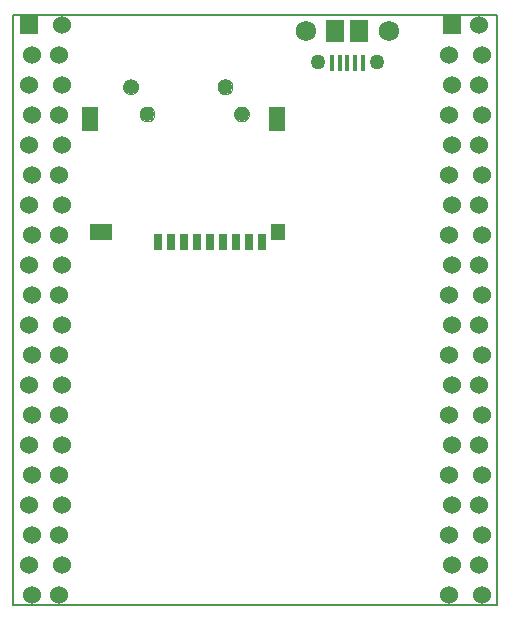
<source format=gts>
G75*
%MOIN*%
%OFA0B0*%
%FSLAX25Y25*%
%IPPOS*%
%LPD*%
%AMOC8*
5,1,8,0,0,1.08239X$1,22.5*
%
%ADD10C,0.06000*%
%ADD11R,0.06000X0.06000*%
%ADD12C,0.00500*%
%ADD13R,0.01575X0.05315*%
%ADD14R,0.05906X0.07480*%
%ADD15C,0.06791*%
%ADD16C,0.05020*%
%ADD17C,0.00000*%
%ADD18C,0.04921*%
%ADD19R,0.05512X0.07874*%
%ADD20R,0.05039X0.05512*%
%ADD21R,0.07677X0.05512*%
%ADD22R,0.02756X0.05512*%
D10*
X0026936Y0005050D03*
X0035936Y0005050D03*
X0036936Y0015050D03*
X0035936Y0025050D03*
X0026936Y0025050D03*
X0025936Y0015050D03*
X0025936Y0035050D03*
X0026936Y0045050D03*
X0035936Y0045050D03*
X0036936Y0035050D03*
X0036936Y0055050D03*
X0035936Y0065050D03*
X0026936Y0065050D03*
X0025936Y0055050D03*
X0025936Y0075050D03*
X0026936Y0085050D03*
X0035936Y0085050D03*
X0036936Y0075050D03*
X0036936Y0095050D03*
X0035936Y0105050D03*
X0036936Y0115050D03*
X0035936Y0125050D03*
X0026936Y0125050D03*
X0025936Y0115050D03*
X0026936Y0105050D03*
X0025936Y0095050D03*
X0025936Y0135050D03*
X0026936Y0145050D03*
X0035936Y0145050D03*
X0036936Y0135050D03*
X0036936Y0155050D03*
X0035936Y0165050D03*
X0026936Y0165050D03*
X0025936Y0155050D03*
X0025936Y0175050D03*
X0026936Y0185050D03*
X0035936Y0185050D03*
X0036936Y0175050D03*
X0036936Y0195050D03*
X0165936Y0185050D03*
X0166936Y0175050D03*
X0175936Y0175050D03*
X0176936Y0185050D03*
X0175936Y0195050D03*
X0176936Y0165050D03*
X0175936Y0155050D03*
X0166936Y0155050D03*
X0165936Y0145050D03*
X0166936Y0135050D03*
X0175936Y0135050D03*
X0176936Y0125050D03*
X0175936Y0115050D03*
X0166936Y0115050D03*
X0165936Y0105050D03*
X0166936Y0095050D03*
X0175936Y0095050D03*
X0176936Y0085050D03*
X0175936Y0075050D03*
X0166936Y0075050D03*
X0165936Y0065050D03*
X0166936Y0055050D03*
X0175936Y0055050D03*
X0176936Y0045050D03*
X0175936Y0035050D03*
X0166936Y0035050D03*
X0165936Y0045050D03*
X0165936Y0025050D03*
X0166936Y0015050D03*
X0175936Y0015050D03*
X0176936Y0005050D03*
X0165936Y0005050D03*
X0176936Y0025050D03*
X0176936Y0065050D03*
X0165936Y0085050D03*
X0176936Y0105050D03*
X0165936Y0125050D03*
X0176936Y0145050D03*
X0165936Y0165050D03*
D11*
X0166936Y0195050D03*
X0025936Y0195050D03*
D12*
X0020727Y0198475D02*
X0020727Y0001625D01*
X0041869Y0001625D01*
X0159192Y0001625D01*
X0182144Y0001625D01*
X0182144Y0198475D01*
X0159192Y0198475D01*
X0041869Y0198475D01*
X0020727Y0198475D01*
D13*
X0127066Y0182471D03*
X0129625Y0182471D03*
X0132184Y0182471D03*
X0134743Y0182471D03*
X0137302Y0182471D03*
D14*
X0136121Y0193003D03*
X0128247Y0192963D03*
D15*
X0118404Y0193003D03*
X0145963Y0193003D03*
D16*
X0142026Y0182668D03*
X0122341Y0182668D03*
D17*
X0094487Y0165444D02*
X0094489Y0165543D01*
X0094495Y0165642D01*
X0094505Y0165741D01*
X0094519Y0165839D01*
X0094537Y0165936D01*
X0094559Y0166033D01*
X0094584Y0166129D01*
X0094614Y0166223D01*
X0094647Y0166317D01*
X0094684Y0166409D01*
X0094725Y0166499D01*
X0094769Y0166588D01*
X0094817Y0166674D01*
X0094868Y0166759D01*
X0094923Y0166842D01*
X0094981Y0166922D01*
X0095042Y0167000D01*
X0095106Y0167076D01*
X0095173Y0167149D01*
X0095243Y0167219D01*
X0095316Y0167286D01*
X0095392Y0167350D01*
X0095470Y0167411D01*
X0095550Y0167469D01*
X0095633Y0167524D01*
X0095717Y0167575D01*
X0095804Y0167623D01*
X0095893Y0167667D01*
X0095983Y0167708D01*
X0096075Y0167745D01*
X0096169Y0167778D01*
X0096263Y0167808D01*
X0096359Y0167833D01*
X0096456Y0167855D01*
X0096553Y0167873D01*
X0096651Y0167887D01*
X0096750Y0167897D01*
X0096849Y0167903D01*
X0096948Y0167905D01*
X0097047Y0167903D01*
X0097146Y0167897D01*
X0097245Y0167887D01*
X0097343Y0167873D01*
X0097440Y0167855D01*
X0097537Y0167833D01*
X0097633Y0167808D01*
X0097727Y0167778D01*
X0097821Y0167745D01*
X0097913Y0167708D01*
X0098003Y0167667D01*
X0098092Y0167623D01*
X0098178Y0167575D01*
X0098263Y0167524D01*
X0098346Y0167469D01*
X0098426Y0167411D01*
X0098504Y0167350D01*
X0098580Y0167286D01*
X0098653Y0167219D01*
X0098723Y0167149D01*
X0098790Y0167076D01*
X0098854Y0167000D01*
X0098915Y0166922D01*
X0098973Y0166842D01*
X0099028Y0166759D01*
X0099079Y0166675D01*
X0099127Y0166588D01*
X0099171Y0166499D01*
X0099212Y0166409D01*
X0099249Y0166317D01*
X0099282Y0166223D01*
X0099312Y0166129D01*
X0099337Y0166033D01*
X0099359Y0165936D01*
X0099377Y0165839D01*
X0099391Y0165741D01*
X0099401Y0165642D01*
X0099407Y0165543D01*
X0099409Y0165444D01*
X0099407Y0165345D01*
X0099401Y0165246D01*
X0099391Y0165147D01*
X0099377Y0165049D01*
X0099359Y0164952D01*
X0099337Y0164855D01*
X0099312Y0164759D01*
X0099282Y0164665D01*
X0099249Y0164571D01*
X0099212Y0164479D01*
X0099171Y0164389D01*
X0099127Y0164300D01*
X0099079Y0164214D01*
X0099028Y0164129D01*
X0098973Y0164046D01*
X0098915Y0163966D01*
X0098854Y0163888D01*
X0098790Y0163812D01*
X0098723Y0163739D01*
X0098653Y0163669D01*
X0098580Y0163602D01*
X0098504Y0163538D01*
X0098426Y0163477D01*
X0098346Y0163419D01*
X0098263Y0163364D01*
X0098179Y0163313D01*
X0098092Y0163265D01*
X0098003Y0163221D01*
X0097913Y0163180D01*
X0097821Y0163143D01*
X0097727Y0163110D01*
X0097633Y0163080D01*
X0097537Y0163055D01*
X0097440Y0163033D01*
X0097343Y0163015D01*
X0097245Y0163001D01*
X0097146Y0162991D01*
X0097047Y0162985D01*
X0096948Y0162983D01*
X0096849Y0162985D01*
X0096750Y0162991D01*
X0096651Y0163001D01*
X0096553Y0163015D01*
X0096456Y0163033D01*
X0096359Y0163055D01*
X0096263Y0163080D01*
X0096169Y0163110D01*
X0096075Y0163143D01*
X0095983Y0163180D01*
X0095893Y0163221D01*
X0095804Y0163265D01*
X0095718Y0163313D01*
X0095633Y0163364D01*
X0095550Y0163419D01*
X0095470Y0163477D01*
X0095392Y0163538D01*
X0095316Y0163602D01*
X0095243Y0163669D01*
X0095173Y0163739D01*
X0095106Y0163812D01*
X0095042Y0163888D01*
X0094981Y0163966D01*
X0094923Y0164046D01*
X0094868Y0164129D01*
X0094817Y0164213D01*
X0094769Y0164300D01*
X0094725Y0164389D01*
X0094684Y0164479D01*
X0094647Y0164571D01*
X0094614Y0164665D01*
X0094584Y0164759D01*
X0094559Y0164855D01*
X0094537Y0164952D01*
X0094519Y0165049D01*
X0094505Y0165147D01*
X0094495Y0165246D01*
X0094489Y0165345D01*
X0094487Y0165444D01*
X0088975Y0174499D02*
X0088977Y0174598D01*
X0088983Y0174697D01*
X0088993Y0174796D01*
X0089007Y0174894D01*
X0089025Y0174991D01*
X0089047Y0175088D01*
X0089072Y0175184D01*
X0089102Y0175278D01*
X0089135Y0175372D01*
X0089172Y0175464D01*
X0089213Y0175554D01*
X0089257Y0175643D01*
X0089305Y0175729D01*
X0089356Y0175814D01*
X0089411Y0175897D01*
X0089469Y0175977D01*
X0089530Y0176055D01*
X0089594Y0176131D01*
X0089661Y0176204D01*
X0089731Y0176274D01*
X0089804Y0176341D01*
X0089880Y0176405D01*
X0089958Y0176466D01*
X0090038Y0176524D01*
X0090121Y0176579D01*
X0090205Y0176630D01*
X0090292Y0176678D01*
X0090381Y0176722D01*
X0090471Y0176763D01*
X0090563Y0176800D01*
X0090657Y0176833D01*
X0090751Y0176863D01*
X0090847Y0176888D01*
X0090944Y0176910D01*
X0091041Y0176928D01*
X0091139Y0176942D01*
X0091238Y0176952D01*
X0091337Y0176958D01*
X0091436Y0176960D01*
X0091535Y0176958D01*
X0091634Y0176952D01*
X0091733Y0176942D01*
X0091831Y0176928D01*
X0091928Y0176910D01*
X0092025Y0176888D01*
X0092121Y0176863D01*
X0092215Y0176833D01*
X0092309Y0176800D01*
X0092401Y0176763D01*
X0092491Y0176722D01*
X0092580Y0176678D01*
X0092666Y0176630D01*
X0092751Y0176579D01*
X0092834Y0176524D01*
X0092914Y0176466D01*
X0092992Y0176405D01*
X0093068Y0176341D01*
X0093141Y0176274D01*
X0093211Y0176204D01*
X0093278Y0176131D01*
X0093342Y0176055D01*
X0093403Y0175977D01*
X0093461Y0175897D01*
X0093516Y0175814D01*
X0093567Y0175730D01*
X0093615Y0175643D01*
X0093659Y0175554D01*
X0093700Y0175464D01*
X0093737Y0175372D01*
X0093770Y0175278D01*
X0093800Y0175184D01*
X0093825Y0175088D01*
X0093847Y0174991D01*
X0093865Y0174894D01*
X0093879Y0174796D01*
X0093889Y0174697D01*
X0093895Y0174598D01*
X0093897Y0174499D01*
X0093895Y0174400D01*
X0093889Y0174301D01*
X0093879Y0174202D01*
X0093865Y0174104D01*
X0093847Y0174007D01*
X0093825Y0173910D01*
X0093800Y0173814D01*
X0093770Y0173720D01*
X0093737Y0173626D01*
X0093700Y0173534D01*
X0093659Y0173444D01*
X0093615Y0173355D01*
X0093567Y0173269D01*
X0093516Y0173184D01*
X0093461Y0173101D01*
X0093403Y0173021D01*
X0093342Y0172943D01*
X0093278Y0172867D01*
X0093211Y0172794D01*
X0093141Y0172724D01*
X0093068Y0172657D01*
X0092992Y0172593D01*
X0092914Y0172532D01*
X0092834Y0172474D01*
X0092751Y0172419D01*
X0092667Y0172368D01*
X0092580Y0172320D01*
X0092491Y0172276D01*
X0092401Y0172235D01*
X0092309Y0172198D01*
X0092215Y0172165D01*
X0092121Y0172135D01*
X0092025Y0172110D01*
X0091928Y0172088D01*
X0091831Y0172070D01*
X0091733Y0172056D01*
X0091634Y0172046D01*
X0091535Y0172040D01*
X0091436Y0172038D01*
X0091337Y0172040D01*
X0091238Y0172046D01*
X0091139Y0172056D01*
X0091041Y0172070D01*
X0090944Y0172088D01*
X0090847Y0172110D01*
X0090751Y0172135D01*
X0090657Y0172165D01*
X0090563Y0172198D01*
X0090471Y0172235D01*
X0090381Y0172276D01*
X0090292Y0172320D01*
X0090206Y0172368D01*
X0090121Y0172419D01*
X0090038Y0172474D01*
X0089958Y0172532D01*
X0089880Y0172593D01*
X0089804Y0172657D01*
X0089731Y0172724D01*
X0089661Y0172794D01*
X0089594Y0172867D01*
X0089530Y0172943D01*
X0089469Y0173021D01*
X0089411Y0173101D01*
X0089356Y0173184D01*
X0089305Y0173268D01*
X0089257Y0173355D01*
X0089213Y0173444D01*
X0089172Y0173534D01*
X0089135Y0173626D01*
X0089102Y0173720D01*
X0089072Y0173814D01*
X0089047Y0173910D01*
X0089025Y0174007D01*
X0089007Y0174104D01*
X0088993Y0174202D01*
X0088983Y0174301D01*
X0088977Y0174400D01*
X0088975Y0174499D01*
X0062990Y0165444D02*
X0062992Y0165543D01*
X0062998Y0165642D01*
X0063008Y0165741D01*
X0063022Y0165839D01*
X0063040Y0165936D01*
X0063062Y0166033D01*
X0063087Y0166129D01*
X0063117Y0166223D01*
X0063150Y0166317D01*
X0063187Y0166409D01*
X0063228Y0166499D01*
X0063272Y0166588D01*
X0063320Y0166674D01*
X0063371Y0166759D01*
X0063426Y0166842D01*
X0063484Y0166922D01*
X0063545Y0167000D01*
X0063609Y0167076D01*
X0063676Y0167149D01*
X0063746Y0167219D01*
X0063819Y0167286D01*
X0063895Y0167350D01*
X0063973Y0167411D01*
X0064053Y0167469D01*
X0064136Y0167524D01*
X0064220Y0167575D01*
X0064307Y0167623D01*
X0064396Y0167667D01*
X0064486Y0167708D01*
X0064578Y0167745D01*
X0064672Y0167778D01*
X0064766Y0167808D01*
X0064862Y0167833D01*
X0064959Y0167855D01*
X0065056Y0167873D01*
X0065154Y0167887D01*
X0065253Y0167897D01*
X0065352Y0167903D01*
X0065451Y0167905D01*
X0065550Y0167903D01*
X0065649Y0167897D01*
X0065748Y0167887D01*
X0065846Y0167873D01*
X0065943Y0167855D01*
X0066040Y0167833D01*
X0066136Y0167808D01*
X0066230Y0167778D01*
X0066324Y0167745D01*
X0066416Y0167708D01*
X0066506Y0167667D01*
X0066595Y0167623D01*
X0066681Y0167575D01*
X0066766Y0167524D01*
X0066849Y0167469D01*
X0066929Y0167411D01*
X0067007Y0167350D01*
X0067083Y0167286D01*
X0067156Y0167219D01*
X0067226Y0167149D01*
X0067293Y0167076D01*
X0067357Y0167000D01*
X0067418Y0166922D01*
X0067476Y0166842D01*
X0067531Y0166759D01*
X0067582Y0166675D01*
X0067630Y0166588D01*
X0067674Y0166499D01*
X0067715Y0166409D01*
X0067752Y0166317D01*
X0067785Y0166223D01*
X0067815Y0166129D01*
X0067840Y0166033D01*
X0067862Y0165936D01*
X0067880Y0165839D01*
X0067894Y0165741D01*
X0067904Y0165642D01*
X0067910Y0165543D01*
X0067912Y0165444D01*
X0067910Y0165345D01*
X0067904Y0165246D01*
X0067894Y0165147D01*
X0067880Y0165049D01*
X0067862Y0164952D01*
X0067840Y0164855D01*
X0067815Y0164759D01*
X0067785Y0164665D01*
X0067752Y0164571D01*
X0067715Y0164479D01*
X0067674Y0164389D01*
X0067630Y0164300D01*
X0067582Y0164214D01*
X0067531Y0164129D01*
X0067476Y0164046D01*
X0067418Y0163966D01*
X0067357Y0163888D01*
X0067293Y0163812D01*
X0067226Y0163739D01*
X0067156Y0163669D01*
X0067083Y0163602D01*
X0067007Y0163538D01*
X0066929Y0163477D01*
X0066849Y0163419D01*
X0066766Y0163364D01*
X0066682Y0163313D01*
X0066595Y0163265D01*
X0066506Y0163221D01*
X0066416Y0163180D01*
X0066324Y0163143D01*
X0066230Y0163110D01*
X0066136Y0163080D01*
X0066040Y0163055D01*
X0065943Y0163033D01*
X0065846Y0163015D01*
X0065748Y0163001D01*
X0065649Y0162991D01*
X0065550Y0162985D01*
X0065451Y0162983D01*
X0065352Y0162985D01*
X0065253Y0162991D01*
X0065154Y0163001D01*
X0065056Y0163015D01*
X0064959Y0163033D01*
X0064862Y0163055D01*
X0064766Y0163080D01*
X0064672Y0163110D01*
X0064578Y0163143D01*
X0064486Y0163180D01*
X0064396Y0163221D01*
X0064307Y0163265D01*
X0064221Y0163313D01*
X0064136Y0163364D01*
X0064053Y0163419D01*
X0063973Y0163477D01*
X0063895Y0163538D01*
X0063819Y0163602D01*
X0063746Y0163669D01*
X0063676Y0163739D01*
X0063609Y0163812D01*
X0063545Y0163888D01*
X0063484Y0163966D01*
X0063426Y0164046D01*
X0063371Y0164129D01*
X0063320Y0164213D01*
X0063272Y0164300D01*
X0063228Y0164389D01*
X0063187Y0164479D01*
X0063150Y0164571D01*
X0063117Y0164665D01*
X0063087Y0164759D01*
X0063062Y0164855D01*
X0063040Y0164952D01*
X0063022Y0165049D01*
X0063008Y0165147D01*
X0062998Y0165246D01*
X0062992Y0165345D01*
X0062990Y0165444D01*
X0057479Y0174499D02*
X0057481Y0174598D01*
X0057487Y0174697D01*
X0057497Y0174796D01*
X0057511Y0174894D01*
X0057529Y0174991D01*
X0057551Y0175088D01*
X0057576Y0175184D01*
X0057606Y0175278D01*
X0057639Y0175372D01*
X0057676Y0175464D01*
X0057717Y0175554D01*
X0057761Y0175643D01*
X0057809Y0175729D01*
X0057860Y0175814D01*
X0057915Y0175897D01*
X0057973Y0175977D01*
X0058034Y0176055D01*
X0058098Y0176131D01*
X0058165Y0176204D01*
X0058235Y0176274D01*
X0058308Y0176341D01*
X0058384Y0176405D01*
X0058462Y0176466D01*
X0058542Y0176524D01*
X0058625Y0176579D01*
X0058709Y0176630D01*
X0058796Y0176678D01*
X0058885Y0176722D01*
X0058975Y0176763D01*
X0059067Y0176800D01*
X0059161Y0176833D01*
X0059255Y0176863D01*
X0059351Y0176888D01*
X0059448Y0176910D01*
X0059545Y0176928D01*
X0059643Y0176942D01*
X0059742Y0176952D01*
X0059841Y0176958D01*
X0059940Y0176960D01*
X0060039Y0176958D01*
X0060138Y0176952D01*
X0060237Y0176942D01*
X0060335Y0176928D01*
X0060432Y0176910D01*
X0060529Y0176888D01*
X0060625Y0176863D01*
X0060719Y0176833D01*
X0060813Y0176800D01*
X0060905Y0176763D01*
X0060995Y0176722D01*
X0061084Y0176678D01*
X0061170Y0176630D01*
X0061255Y0176579D01*
X0061338Y0176524D01*
X0061418Y0176466D01*
X0061496Y0176405D01*
X0061572Y0176341D01*
X0061645Y0176274D01*
X0061715Y0176204D01*
X0061782Y0176131D01*
X0061846Y0176055D01*
X0061907Y0175977D01*
X0061965Y0175897D01*
X0062020Y0175814D01*
X0062071Y0175730D01*
X0062119Y0175643D01*
X0062163Y0175554D01*
X0062204Y0175464D01*
X0062241Y0175372D01*
X0062274Y0175278D01*
X0062304Y0175184D01*
X0062329Y0175088D01*
X0062351Y0174991D01*
X0062369Y0174894D01*
X0062383Y0174796D01*
X0062393Y0174697D01*
X0062399Y0174598D01*
X0062401Y0174499D01*
X0062399Y0174400D01*
X0062393Y0174301D01*
X0062383Y0174202D01*
X0062369Y0174104D01*
X0062351Y0174007D01*
X0062329Y0173910D01*
X0062304Y0173814D01*
X0062274Y0173720D01*
X0062241Y0173626D01*
X0062204Y0173534D01*
X0062163Y0173444D01*
X0062119Y0173355D01*
X0062071Y0173269D01*
X0062020Y0173184D01*
X0061965Y0173101D01*
X0061907Y0173021D01*
X0061846Y0172943D01*
X0061782Y0172867D01*
X0061715Y0172794D01*
X0061645Y0172724D01*
X0061572Y0172657D01*
X0061496Y0172593D01*
X0061418Y0172532D01*
X0061338Y0172474D01*
X0061255Y0172419D01*
X0061171Y0172368D01*
X0061084Y0172320D01*
X0060995Y0172276D01*
X0060905Y0172235D01*
X0060813Y0172198D01*
X0060719Y0172165D01*
X0060625Y0172135D01*
X0060529Y0172110D01*
X0060432Y0172088D01*
X0060335Y0172070D01*
X0060237Y0172056D01*
X0060138Y0172046D01*
X0060039Y0172040D01*
X0059940Y0172038D01*
X0059841Y0172040D01*
X0059742Y0172046D01*
X0059643Y0172056D01*
X0059545Y0172070D01*
X0059448Y0172088D01*
X0059351Y0172110D01*
X0059255Y0172135D01*
X0059161Y0172165D01*
X0059067Y0172198D01*
X0058975Y0172235D01*
X0058885Y0172276D01*
X0058796Y0172320D01*
X0058710Y0172368D01*
X0058625Y0172419D01*
X0058542Y0172474D01*
X0058462Y0172532D01*
X0058384Y0172593D01*
X0058308Y0172657D01*
X0058235Y0172724D01*
X0058165Y0172794D01*
X0058098Y0172867D01*
X0058034Y0172943D01*
X0057973Y0173021D01*
X0057915Y0173101D01*
X0057860Y0173184D01*
X0057809Y0173268D01*
X0057761Y0173355D01*
X0057717Y0173444D01*
X0057676Y0173534D01*
X0057639Y0173626D01*
X0057606Y0173720D01*
X0057576Y0173814D01*
X0057551Y0173910D01*
X0057529Y0174007D01*
X0057511Y0174104D01*
X0057497Y0174202D01*
X0057487Y0174301D01*
X0057481Y0174400D01*
X0057479Y0174499D01*
D18*
X0059940Y0174499D03*
X0065451Y0165444D03*
X0091436Y0174499D03*
X0096948Y0165444D03*
D19*
X0108759Y0163869D03*
X0046554Y0163869D03*
D20*
X0108995Y0126074D03*
D21*
X0049999Y0126074D03*
D22*
X0068995Y0122648D03*
X0073325Y0122648D03*
X0077656Y0122648D03*
X0081987Y0122648D03*
X0086318Y0122648D03*
X0090648Y0122648D03*
X0094979Y0122648D03*
X0099310Y0122648D03*
X0103640Y0122648D03*
M02*

</source>
